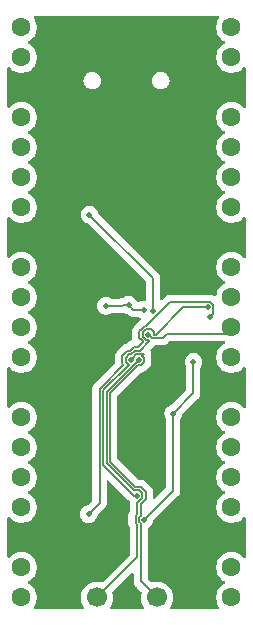
<source format=gbr>
%TF.GenerationSoftware,KiCad,Pcbnew,9.0.0*%
%TF.CreationDate,2025-07-21T16:33:37-04:00*%
%TF.ProjectId,orphkicad,6f727068-6b69-4636-9164-2e6b69636164,rev?*%
%TF.SameCoordinates,Original*%
%TF.FileFunction,Copper,L2,Bot*%
%TF.FilePolarity,Positive*%
%FSLAX46Y46*%
G04 Gerber Fmt 4.6, Leading zero omitted, Abs format (unit mm)*
G04 Created by KiCad (PCBNEW 9.0.0) date 2025-07-21 16:33:37*
%MOMM*%
%LPD*%
G01*
G04 APERTURE LIST*
%TA.AperFunction,ComponentPad*%
%ADD10C,1.700000*%
%TD*%
%TA.AperFunction,ComponentPad*%
%ADD11R,1.700000X1.700000*%
%TD*%
%TA.AperFunction,ComponentPad*%
%ADD12O,1.100000X2.000000*%
%TD*%
%TA.AperFunction,ComponentPad*%
%ADD13O,1.200000X1.800000*%
%TD*%
%TA.AperFunction,ComponentPad*%
%ADD14C,1.600000*%
%TD*%
%TA.AperFunction,ComponentPad*%
%ADD15R,1.600000X1.600000*%
%TD*%
%TA.AperFunction,ViaPad*%
%ADD16C,0.500000*%
%TD*%
%TA.AperFunction,Conductor*%
%ADD17C,0.200000*%
%TD*%
G04 APERTURE END LIST*
D10*
%TO.P,REF\u002A\u002A,1*%
%TO.N,SWD*%
X78060000Y-80250000D03*
D11*
%TO.P,REF\u002A\u002A,2*%
%TO.N,GND*%
X80600000Y-80250000D03*
D10*
%TO.P,REF\u002A\u002A,3*%
%TO.N,SWCLK*%
X83140000Y-80250000D03*
%TD*%
D12*
%TO.P,J1,S1,SHIELD*%
%TO.N,GND*%
X84885000Y-37000000D03*
D13*
X84885000Y-32800000D03*
D12*
X76235000Y-37000000D03*
D13*
X76235000Y-32800000D03*
%TD*%
D14*
%TO.P,H2,1,1*%
%TO.N,VBUS*%
X89450000Y-31990000D03*
%TO.P,H2,2,2*%
%TO.N,VSYS*%
X89450000Y-34530000D03*
D15*
%TO.P,H2,3,3*%
%TO.N,GND*%
X89450000Y-37070000D03*
D14*
%TO.P,H2,4,4*%
%TO.N,unconnected-(H2-Pad4)*%
X89450000Y-39610000D03*
%TO.P,H2,5,5*%
%TO.N,3V3*%
X89450000Y-42150000D03*
%TO.P,H2,6,6*%
%TO.N,unconnected-(H2-Pad6)*%
X89450000Y-44690000D03*
%TO.P,H2,7,7*%
%TO.N,GPIO28*%
X89450000Y-47230000D03*
D15*
%TO.P,H2,8,8*%
%TO.N,GND*%
X89450000Y-49770000D03*
D14*
%TO.P,H2,9,9*%
%TO.N,GPIO27*%
X89450000Y-52310000D03*
%TO.P,H2,10,10*%
%TO.N,GPIO26*%
X89450000Y-54850000D03*
%TO.P,H2,11,11*%
%TO.N,RUN*%
X89450000Y-57390000D03*
%TO.P,H2,12,12*%
%TO.N,GPIO22*%
X89450000Y-59930000D03*
D15*
%TO.P,H2,13,13*%
%TO.N,GND*%
X89450000Y-62470000D03*
D14*
%TO.P,H2,14,14*%
%TO.N,GPIO21*%
X89450000Y-65010000D03*
%TO.P,H2,15,15*%
%TO.N,GPIO20*%
X89450000Y-67550000D03*
%TO.P,H2,16,16*%
%TO.N,GPIO19*%
X89450000Y-70090000D03*
%TO.P,H2,17,17*%
%TO.N,GPIO18*%
X89450000Y-72630000D03*
D15*
%TO.P,H2,18,18*%
%TO.N,GND*%
X89450000Y-75170000D03*
D14*
%TO.P,H2,19,19*%
%TO.N,GPIO17*%
X89450000Y-77710000D03*
%TO.P,H2,20,20*%
%TO.N,GPIO16*%
X89450000Y-80250000D03*
%TD*%
%TO.P,H1,1,1*%
%TO.N,GPIO0*%
X71670000Y-31990000D03*
%TO.P,H1,2,2*%
%TO.N,GPIO1*%
X71670000Y-34530000D03*
D15*
%TO.P,H1,3,3*%
%TO.N,GND*%
X71670000Y-37070000D03*
D14*
%TO.P,H1,4,4*%
%TO.N,GPIO2*%
X71670000Y-39610000D03*
%TO.P,H1,5,5*%
%TO.N,GPIO3*%
X71670000Y-42150000D03*
%TO.P,H1,6,6*%
%TO.N,GPIO4*%
X71670000Y-44690000D03*
%TO.P,H1,7,7*%
%TO.N,GPIO5*%
X71670000Y-47230000D03*
D15*
%TO.P,H1,8,8*%
%TO.N,GND*%
X71670000Y-49770000D03*
D14*
%TO.P,H1,9,9*%
%TO.N,GPIO6*%
X71670000Y-52310000D03*
%TO.P,H1,10,10*%
%TO.N,GPIO7*%
X71670000Y-54850000D03*
%TO.P,H1,11,11*%
%TO.N,GPIO8*%
X71670000Y-57390000D03*
%TO.P,H1,12,12*%
%TO.N,GPIO9*%
X71670000Y-59930000D03*
D15*
%TO.P,H1,13,13*%
%TO.N,GND*%
X71670000Y-62470000D03*
D14*
%TO.P,H1,14,14*%
%TO.N,GPIO10*%
X71670000Y-65010000D03*
%TO.P,H1,15,15*%
%TO.N,GPIO11*%
X71670000Y-67550000D03*
%TO.P,H1,16,16*%
%TO.N,GPIO12*%
X71670000Y-70090000D03*
%TO.P,H1,17,17*%
%TO.N,GPIO13*%
X71670000Y-72630000D03*
D15*
%TO.P,H1,18,18*%
%TO.N,GND*%
X71670000Y-75170000D03*
D14*
%TO.P,H1,19,19*%
%TO.N,GPIO14*%
X71670000Y-77710000D03*
%TO.P,H1,20,20*%
%TO.N,GPIO15*%
X71670000Y-80250000D03*
%TD*%
D16*
%TO.N,3V3*%
X86225000Y-60300000D03*
X80737500Y-55487500D03*
X78800000Y-55550000D03*
X82075000Y-73650000D03*
X82000000Y-55875000D03*
X84525000Y-64675000D03*
%TO.N,SWD*%
X81586398Y-60125000D03*
%TO.N,RUN*%
X82406801Y-57993199D03*
%TO.N,SWCLK*%
X80950000Y-60125000D03*
%TO.N,GPIO24*%
X81450000Y-71625000D03*
X87425000Y-55650000D03*
%TO.N,GPIO23*%
X77350000Y-73185000D03*
X87600000Y-56525000D03*
%TO.N,GPIO25*%
X82800000Y-56025000D03*
X77425000Y-47825000D03*
%TO.N,GND*%
X80950000Y-64350000D03*
X77350000Y-68815000D03*
X76275000Y-54725000D03*
X77600000Y-51150000D03*
X85175000Y-78700000D03*
X79725000Y-57450000D03*
X74975000Y-60550000D03*
X80775000Y-39700000D03*
X83875000Y-39125000D03*
X83450000Y-48350000D03*
X82450000Y-51560000D03*
%TD*%
D17*
%TO.N,3V3*%
X82000000Y-55875000D02*
X81125000Y-55875000D01*
X84525000Y-64675000D02*
X86225000Y-62975000D01*
X80737500Y-55487500D02*
X80237500Y-55487500D01*
X80175000Y-55550000D02*
X78800000Y-55550000D01*
X84525000Y-64675000D02*
X84525000Y-71200000D01*
X84525000Y-71200000D02*
X82075000Y-73650000D01*
X80237500Y-55487500D02*
X80175000Y-55550000D01*
X86225000Y-62975000D02*
X86225000Y-60300000D01*
X81125000Y-55875000D02*
X80737500Y-55487500D01*
%TO.N,SWD*%
X81174677Y-71173999D02*
X81174680Y-71174000D01*
X81323000Y-73961489D02*
X81460489Y-74098978D01*
X80998356Y-70997678D02*
X80998356Y-70997680D01*
X81263187Y-71173999D02*
X81263188Y-71174000D01*
X81460489Y-74098978D02*
X81460489Y-76849511D01*
X78877000Y-68876322D02*
X80998356Y-70997678D01*
X81263188Y-71174000D02*
X81636811Y-71174000D01*
X81460489Y-73201022D02*
X81323000Y-73338511D01*
X81323000Y-73338511D02*
X81323000Y-73961489D01*
X78877000Y-62834398D02*
X78877000Y-68876322D01*
X81460489Y-72252322D02*
X81460489Y-73201022D01*
X81901000Y-71811811D02*
X81460489Y-72252322D01*
X81636811Y-71174000D02*
X81901000Y-71438189D01*
X81174680Y-71174000D02*
X81263187Y-71173999D01*
X81586398Y-60125000D02*
X78877000Y-62834398D01*
X80998356Y-70997680D02*
X81174677Y-71173999D01*
X81460489Y-76849511D02*
X78060000Y-80250000D01*
X81901000Y-71438189D02*
X81901000Y-71811811D01*
%TO.N,RUN*%
X83625000Y-58300000D02*
X84025000Y-57900000D01*
X82406801Y-57993199D02*
X82713602Y-58300000D01*
X82713602Y-58300000D02*
X83625000Y-58300000D01*
X84025000Y-57900000D02*
X88940000Y-57900000D01*
X88940000Y-57900000D02*
X89450000Y-57390000D01*
%TO.N,SWCLK*%
X81135398Y-59939602D02*
X80950000Y-60125000D01*
X82202000Y-71313511D02*
X81761489Y-70873000D01*
X82037398Y-59938189D02*
X81898605Y-59799395D01*
X81135398Y-59938189D02*
X81135398Y-59939602D01*
X81387866Y-70873000D02*
X81387864Y-70872998D01*
X81773209Y-60576000D02*
X82037398Y-60311811D01*
X79178000Y-68751644D02*
X79178000Y-62959076D01*
X83140000Y-80250000D02*
X81761489Y-78871489D01*
X81426000Y-59649000D02*
X81401000Y-59674000D01*
X81299355Y-70872999D02*
X79178000Y-68751644D01*
X81387864Y-70872998D02*
X81299355Y-70872999D01*
X81561076Y-60576000D02*
X81773209Y-60576000D01*
X82049000Y-59649000D02*
X81426000Y-59649000D01*
X81898605Y-59799395D02*
X82049000Y-59649000D01*
X82037398Y-60311811D02*
X82037398Y-59938189D01*
X81761489Y-72377000D02*
X82202000Y-71936489D01*
X81624000Y-73836811D02*
X81624000Y-73463189D01*
X79178000Y-62959076D02*
X81561076Y-60576000D01*
X81761489Y-78871489D02*
X81761489Y-73974300D01*
X81761489Y-73325700D02*
X81761489Y-72377000D01*
X81624000Y-73463189D02*
X81761489Y-73325700D01*
X81399587Y-59674000D02*
X81135398Y-59938189D01*
X81401000Y-59674000D02*
X81399587Y-59674000D01*
X82202000Y-71936489D02*
X82202000Y-71313511D01*
X81761489Y-73974300D02*
X81624000Y-73836811D01*
X81761489Y-70873000D02*
X81387866Y-70873000D01*
%TO.N,GPIO24*%
X82506462Y-58518538D02*
X81677000Y-59348000D01*
X81677000Y-59348000D02*
X81301322Y-59348000D01*
X80499000Y-59938189D02*
X80499000Y-60311811D01*
X80763189Y-59674000D02*
X80499000Y-59938189D01*
X82857801Y-57806388D02*
X82593612Y-57542199D01*
X82857801Y-57999000D02*
X82857801Y-57806388D01*
X82593612Y-57542199D02*
X82219990Y-57542199D01*
X80499000Y-60311811D02*
X80731094Y-60543906D01*
X81955801Y-57806388D02*
X81955801Y-58180010D01*
X81301322Y-59348000D02*
X80975322Y-59674000D01*
X87425000Y-55650000D02*
X85375000Y-55650000D01*
X82219990Y-58444199D02*
X82432123Y-58444199D01*
X82219990Y-57542199D02*
X81955801Y-57806388D01*
X81200000Y-71625000D02*
X81450000Y-71625000D01*
X78576000Y-69001000D02*
X81200000Y-71625000D01*
X80975322Y-59674000D02*
X80763189Y-59674000D01*
X83026000Y-57999000D02*
X82857801Y-57999000D01*
X78576000Y-62699000D02*
X78576000Y-69001000D01*
X82432123Y-58444199D02*
X82506462Y-58518538D01*
X85375000Y-55650000D02*
X83026000Y-57999000D01*
X81955801Y-58180010D02*
X82219990Y-58444199D01*
X80731094Y-60543906D02*
X78576000Y-62699000D01*
%TO.N,GPIO23*%
X81654801Y-57681710D02*
X81654801Y-57931066D01*
X81176644Y-59047000D02*
X81000322Y-59223322D01*
X78275000Y-62574322D02*
X78275000Y-62750000D01*
X81426000Y-59047000D02*
X81176644Y-59047000D01*
X80462189Y-59549322D02*
X80374322Y-59637189D01*
X80198000Y-60062867D02*
X80198000Y-60187131D01*
X81918990Y-57417521D02*
X81831123Y-57505388D01*
X78275000Y-68876322D02*
X78275000Y-69125678D01*
X78451322Y-62398000D02*
X78275000Y-62574322D01*
X81831123Y-58481010D02*
X81918990Y-58568877D01*
X78275000Y-69125678D02*
X78275000Y-72260000D01*
X81654801Y-57931066D02*
X81654801Y-58055332D01*
X80374322Y-59637189D02*
X80198000Y-59813511D01*
X78275000Y-72260000D02*
X77350000Y-73185000D01*
X87238189Y-55199000D02*
X84263811Y-55199000D01*
X80305416Y-60543906D02*
X78451322Y-62398000D01*
X80850644Y-59373000D02*
X80638511Y-59373000D01*
X78275000Y-62750000D02*
X78275000Y-62823678D01*
X87611811Y-55199000D02*
X87238189Y-55199000D01*
X80198000Y-60187131D02*
X80198000Y-60436489D01*
X87876000Y-56249000D02*
X87876000Y-55836811D01*
X81000322Y-59223322D02*
X80850644Y-59373000D01*
X80638511Y-59373000D02*
X80462189Y-59549322D01*
X81974718Y-58624605D02*
X81552322Y-59047000D01*
X87876000Y-55463189D02*
X87611811Y-55199000D01*
X81654801Y-58304688D02*
X81831123Y-58481010D01*
X81831123Y-57505388D02*
X81654801Y-57681710D01*
X81552322Y-59047000D02*
X81426000Y-59047000D01*
X78275000Y-62823678D02*
X78275000Y-68876322D01*
X80198000Y-59813511D02*
X80198000Y-60062867D01*
X80198000Y-60436489D02*
X80305416Y-60543906D01*
X82095312Y-57241199D02*
X81918990Y-57417521D01*
X81654801Y-58055332D02*
X81654801Y-58304688D01*
X84263811Y-55199000D02*
X82221612Y-57241199D01*
X87876000Y-55836811D02*
X87876000Y-55463189D01*
X82221612Y-57241199D02*
X82095312Y-57241199D01*
X87600000Y-56525000D02*
X87876000Y-56249000D01*
X81918990Y-58568877D02*
X81974718Y-58624605D01*
%TO.N,GPIO25*%
X82800000Y-56025000D02*
X82800000Y-53200000D01*
X82800000Y-53200000D02*
X77425000Y-47825000D01*
%TD*%
%TA.AperFunction,Conductor*%
%TO.N,GND*%
G36*
X88370552Y-31040185D02*
G01*
X88416307Y-31092989D01*
X88426251Y-31162147D01*
X88403831Y-31217385D01*
X88337715Y-31308386D01*
X88244781Y-31490776D01*
X88181522Y-31685465D01*
X88149500Y-31887648D01*
X88149500Y-32092351D01*
X88181522Y-32294534D01*
X88244781Y-32489223D01*
X88337715Y-32671613D01*
X88458028Y-32837213D01*
X88602786Y-32981971D01*
X88757749Y-33094556D01*
X88768390Y-33102287D01*
X88859840Y-33148883D01*
X88861080Y-33149515D01*
X88911876Y-33197490D01*
X88928671Y-33265311D01*
X88906134Y-33331446D01*
X88861080Y-33370485D01*
X88768386Y-33417715D01*
X88602786Y-33538028D01*
X88458028Y-33682786D01*
X88337715Y-33848386D01*
X88244781Y-34030776D01*
X88181522Y-34225465D01*
X88149500Y-34427648D01*
X88149500Y-34632351D01*
X88181522Y-34834534D01*
X88244781Y-35029223D01*
X88337715Y-35211613D01*
X88458028Y-35377213D01*
X88602786Y-35521971D01*
X88757749Y-35634556D01*
X88768390Y-35642287D01*
X88884607Y-35701503D01*
X88950776Y-35735218D01*
X88950778Y-35735218D01*
X88950781Y-35735220D01*
X89042302Y-35764957D01*
X89145465Y-35798477D01*
X89246557Y-35814488D01*
X89347648Y-35830500D01*
X89347649Y-35830500D01*
X89552351Y-35830500D01*
X89552352Y-35830500D01*
X89754534Y-35798477D01*
X89949219Y-35735220D01*
X90131610Y-35642287D01*
X90224590Y-35574732D01*
X90297213Y-35521971D01*
X90297215Y-35521968D01*
X90297219Y-35521966D01*
X90441966Y-35377219D01*
X90441966Y-35377218D01*
X90445411Y-35373774D01*
X90446370Y-35374733D01*
X90499725Y-35339909D01*
X90569593Y-35339415D01*
X90628637Y-35376773D01*
X90658110Y-35440122D01*
X90659500Y-35458636D01*
X90659500Y-38681363D01*
X90639815Y-38748402D01*
X90587011Y-38794157D01*
X90517853Y-38804101D01*
X90454297Y-38775076D01*
X90445459Y-38766177D01*
X90445411Y-38766226D01*
X90297213Y-38618028D01*
X90131613Y-38497715D01*
X90131612Y-38497714D01*
X90131610Y-38497713D01*
X90074653Y-38468691D01*
X89949223Y-38404781D01*
X89754534Y-38341522D01*
X89579995Y-38313878D01*
X89552352Y-38309500D01*
X89347648Y-38309500D01*
X89323329Y-38313351D01*
X89145465Y-38341522D01*
X88950776Y-38404781D01*
X88768386Y-38497715D01*
X88602786Y-38618028D01*
X88458028Y-38762786D01*
X88337715Y-38928386D01*
X88244781Y-39110776D01*
X88181522Y-39305465D01*
X88149500Y-39507648D01*
X88149500Y-39712351D01*
X88181522Y-39914534D01*
X88244781Y-40109223D01*
X88337715Y-40291613D01*
X88458028Y-40457213D01*
X88602786Y-40601971D01*
X88757749Y-40714556D01*
X88768390Y-40722287D01*
X88859840Y-40768883D01*
X88861080Y-40769515D01*
X88911876Y-40817490D01*
X88928671Y-40885311D01*
X88906134Y-40951446D01*
X88861080Y-40990485D01*
X88768386Y-41037715D01*
X88602786Y-41158028D01*
X88458028Y-41302786D01*
X88337715Y-41468386D01*
X88244781Y-41650776D01*
X88181522Y-41845465D01*
X88149500Y-42047648D01*
X88149500Y-42252351D01*
X88181522Y-42454534D01*
X88244781Y-42649223D01*
X88337715Y-42831613D01*
X88458028Y-42997213D01*
X88602786Y-43141971D01*
X88757749Y-43254556D01*
X88768390Y-43262287D01*
X88859840Y-43308883D01*
X88861080Y-43309515D01*
X88911876Y-43357490D01*
X88928671Y-43425311D01*
X88906134Y-43491446D01*
X88861080Y-43530485D01*
X88768386Y-43577715D01*
X88602786Y-43698028D01*
X88458028Y-43842786D01*
X88337715Y-44008386D01*
X88244781Y-44190776D01*
X88181522Y-44385465D01*
X88149500Y-44587648D01*
X88149500Y-44792351D01*
X88181522Y-44994534D01*
X88244781Y-45189223D01*
X88337715Y-45371613D01*
X88458028Y-45537213D01*
X88602786Y-45681971D01*
X88757749Y-45794556D01*
X88768390Y-45802287D01*
X88859840Y-45848883D01*
X88861080Y-45849515D01*
X88911876Y-45897490D01*
X88928671Y-45965311D01*
X88906134Y-46031446D01*
X88861080Y-46070485D01*
X88768386Y-46117715D01*
X88602786Y-46238028D01*
X88458028Y-46382786D01*
X88337715Y-46548386D01*
X88244781Y-46730776D01*
X88181522Y-46925465D01*
X88149500Y-47127648D01*
X88149500Y-47332351D01*
X88181522Y-47534534D01*
X88244781Y-47729223D01*
X88337715Y-47911613D01*
X88458028Y-48077213D01*
X88602786Y-48221971D01*
X88714888Y-48303416D01*
X88768390Y-48342287D01*
X88884607Y-48401503D01*
X88950776Y-48435218D01*
X88950778Y-48435218D01*
X88950781Y-48435220D01*
X89055137Y-48469127D01*
X89145465Y-48498477D01*
X89246557Y-48514488D01*
X89347648Y-48530500D01*
X89347649Y-48530500D01*
X89552351Y-48530500D01*
X89552352Y-48530500D01*
X89754534Y-48498477D01*
X89949219Y-48435220D01*
X90131610Y-48342287D01*
X90224590Y-48274732D01*
X90297213Y-48221971D01*
X90297215Y-48221968D01*
X90297219Y-48221966D01*
X90441966Y-48077219D01*
X90441966Y-48077218D01*
X90445411Y-48073774D01*
X90446370Y-48074733D01*
X90499725Y-48039909D01*
X90569593Y-48039415D01*
X90628637Y-48076773D01*
X90658110Y-48140122D01*
X90659500Y-48158636D01*
X90659500Y-51381363D01*
X90639815Y-51448402D01*
X90587011Y-51494157D01*
X90517853Y-51504101D01*
X90454297Y-51475076D01*
X90445459Y-51466177D01*
X90445411Y-51466226D01*
X90297213Y-51318028D01*
X90131613Y-51197715D01*
X90131612Y-51197714D01*
X90131610Y-51197713D01*
X90074653Y-51168691D01*
X89949223Y-51104781D01*
X89754534Y-51041522D01*
X89579995Y-51013878D01*
X89552352Y-51009500D01*
X89347648Y-51009500D01*
X89323329Y-51013351D01*
X89145465Y-51041522D01*
X88950776Y-51104781D01*
X88768386Y-51197715D01*
X88602786Y-51318028D01*
X88458028Y-51462786D01*
X88337715Y-51628386D01*
X88244781Y-51810776D01*
X88181522Y-52005465D01*
X88149500Y-52207648D01*
X88149500Y-52412351D01*
X88181522Y-52614534D01*
X88244781Y-52809223D01*
X88337715Y-52991613D01*
X88458028Y-53157213D01*
X88602786Y-53301971D01*
X88754804Y-53412416D01*
X88768390Y-53422287D01*
X88859840Y-53468883D01*
X88861080Y-53469515D01*
X88911876Y-53517490D01*
X88928671Y-53585311D01*
X88906134Y-53651446D01*
X88861080Y-53690485D01*
X88768386Y-53737715D01*
X88602786Y-53858028D01*
X88458028Y-54002786D01*
X88337715Y-54168386D01*
X88244781Y-54350776D01*
X88181522Y-54545465D01*
X88167800Y-54632107D01*
X88154414Y-54660342D01*
X88142799Y-54689359D01*
X88139569Y-54691658D01*
X88137871Y-54695242D01*
X88111341Y-54711760D01*
X88085885Y-54729889D01*
X88081924Y-54730077D01*
X88078559Y-54732173D01*
X88047313Y-54731726D01*
X88016095Y-54733214D01*
X88011086Y-54731209D01*
X88008696Y-54731175D01*
X87983328Y-54720097D01*
X87967060Y-54710705D01*
X87893715Y-54668360D01*
X87843596Y-54639423D01*
X87690868Y-54598499D01*
X87532754Y-54598499D01*
X87525158Y-54598499D01*
X87525142Y-54598500D01*
X84350481Y-54598500D01*
X84350465Y-54598499D01*
X84342869Y-54598499D01*
X84184754Y-54598499D01*
X84108390Y-54618961D01*
X84032025Y-54639423D01*
X84032020Y-54639426D01*
X83895101Y-54718475D01*
X83895093Y-54718481D01*
X83612181Y-55001394D01*
X83550858Y-55034879D01*
X83481166Y-55029895D01*
X83425233Y-54988023D01*
X83400816Y-54922559D01*
X83400500Y-54913713D01*
X83400500Y-53289059D01*
X83400501Y-53289046D01*
X83400501Y-53120945D01*
X83400501Y-53120943D01*
X83359577Y-52968215D01*
X83330639Y-52918095D01*
X83280520Y-52831284D01*
X83168716Y-52719480D01*
X83168715Y-52719479D01*
X83164385Y-52715149D01*
X83164374Y-52715139D01*
X78195934Y-47746699D01*
X78162449Y-47685376D01*
X78162025Y-47683346D01*
X78146658Y-47606087D01*
X78117020Y-47534534D01*
X78090087Y-47469511D01*
X78090080Y-47469498D01*
X78007951Y-47346584D01*
X78007948Y-47346580D01*
X77903419Y-47242051D01*
X77903415Y-47242048D01*
X77780501Y-47159919D01*
X77780488Y-47159912D01*
X77643917Y-47103343D01*
X77643907Y-47103340D01*
X77498920Y-47074500D01*
X77498918Y-47074500D01*
X77351082Y-47074500D01*
X77351080Y-47074500D01*
X77206092Y-47103340D01*
X77206082Y-47103343D01*
X77069511Y-47159912D01*
X77069498Y-47159919D01*
X76946584Y-47242048D01*
X76946580Y-47242051D01*
X76842051Y-47346580D01*
X76842048Y-47346584D01*
X76759919Y-47469498D01*
X76759912Y-47469511D01*
X76703343Y-47606082D01*
X76703340Y-47606092D01*
X76674500Y-47751079D01*
X76674500Y-47751082D01*
X76674500Y-47898918D01*
X76674500Y-47898920D01*
X76674499Y-47898920D01*
X76703340Y-48043907D01*
X76703343Y-48043917D01*
X76759912Y-48180488D01*
X76759919Y-48180501D01*
X76842048Y-48303415D01*
X76842051Y-48303419D01*
X76946580Y-48407948D01*
X76946584Y-48407951D01*
X77069498Y-48490080D01*
X77069511Y-48490087D01*
X77167078Y-48530500D01*
X77206087Y-48546658D01*
X77283212Y-48561999D01*
X77345119Y-48594382D01*
X77346699Y-48595934D01*
X82163181Y-53412416D01*
X82196666Y-53473739D01*
X82199500Y-53500097D01*
X82199500Y-55000500D01*
X82179815Y-55067539D01*
X82127011Y-55113294D01*
X82075500Y-55124500D01*
X81926080Y-55124500D01*
X81781092Y-55153340D01*
X81781082Y-55153343D01*
X81644511Y-55209912D01*
X81644495Y-55209921D01*
X81605930Y-55235689D01*
X81539252Y-55256566D01*
X81471873Y-55238080D01*
X81425183Y-55186101D01*
X81422480Y-55180038D01*
X81402587Y-55132010D01*
X81402580Y-55131998D01*
X81320451Y-55009084D01*
X81320448Y-55009080D01*
X81215919Y-54904551D01*
X81215915Y-54904548D01*
X81093001Y-54822419D01*
X81092988Y-54822412D01*
X80956417Y-54765843D01*
X80956407Y-54765840D01*
X80811420Y-54737000D01*
X80811418Y-54737000D01*
X80663582Y-54737000D01*
X80663580Y-54737000D01*
X80518592Y-54765840D01*
X80518582Y-54765843D01*
X80382011Y-54822412D01*
X80381998Y-54822419D01*
X80316624Y-54866102D01*
X80249947Y-54886980D01*
X80247733Y-54887000D01*
X80158440Y-54887000D01*
X80117519Y-54897964D01*
X80117519Y-54897965D01*
X80092948Y-54904549D01*
X80005714Y-54927923D01*
X80005713Y-54927924D01*
X79997118Y-54932887D01*
X79935118Y-54949500D01*
X79289767Y-54949500D01*
X79222728Y-54929815D01*
X79220876Y-54928602D01*
X79155501Y-54884919D01*
X79155488Y-54884912D01*
X79018917Y-54828343D01*
X79018907Y-54828340D01*
X78873920Y-54799500D01*
X78873918Y-54799500D01*
X78726082Y-54799500D01*
X78726080Y-54799500D01*
X78581092Y-54828340D01*
X78581082Y-54828343D01*
X78444511Y-54884912D01*
X78444498Y-54884919D01*
X78321584Y-54967048D01*
X78321580Y-54967051D01*
X78217051Y-55071580D01*
X78217048Y-55071584D01*
X78134919Y-55194498D01*
X78134912Y-55194511D01*
X78078343Y-55331082D01*
X78078340Y-55331092D01*
X78049500Y-55476079D01*
X78049500Y-55476082D01*
X78049500Y-55623918D01*
X78049500Y-55623920D01*
X78049499Y-55623920D01*
X78078340Y-55768907D01*
X78078343Y-55768917D01*
X78134912Y-55905488D01*
X78134919Y-55905501D01*
X78217048Y-56028415D01*
X78217051Y-56028419D01*
X78321580Y-56132948D01*
X78321584Y-56132951D01*
X78444498Y-56215080D01*
X78444511Y-56215087D01*
X78549161Y-56258434D01*
X78581087Y-56271658D01*
X78581091Y-56271658D01*
X78581092Y-56271659D01*
X78726079Y-56300500D01*
X78726082Y-56300500D01*
X78873920Y-56300500D01*
X78988473Y-56277713D01*
X79018913Y-56271658D01*
X79155495Y-56215084D01*
X79220876Y-56171398D01*
X79287553Y-56150520D01*
X79289767Y-56150500D01*
X80095939Y-56150500D01*
X80095943Y-56150501D01*
X80254057Y-56150501D01*
X80301566Y-56137770D01*
X80314181Y-56137030D01*
X80336400Y-56142161D01*
X80359201Y-56142704D01*
X80379905Y-56151462D01*
X80382004Y-56152584D01*
X80454255Y-56182511D01*
X80518587Y-56209158D01*
X80595710Y-56224499D01*
X80657618Y-56256882D01*
X80659198Y-56258434D01*
X80756284Y-56355520D01*
X80756286Y-56355521D01*
X80756290Y-56355524D01*
X80893209Y-56434573D01*
X80893216Y-56434577D01*
X81045943Y-56475501D01*
X81045945Y-56475501D01*
X81211654Y-56475501D01*
X81211670Y-56475500D01*
X81510233Y-56475500D01*
X81525244Y-56479432D01*
X81538111Y-56478674D01*
X81562364Y-56489155D01*
X81571022Y-56491423D01*
X81575171Y-56493756D01*
X81644505Y-56540084D01*
X81693949Y-56560564D01*
X81700420Y-56564204D01*
X81719831Y-56584109D01*
X81741486Y-56601559D01*
X81743889Y-56608779D01*
X81749201Y-56614226D01*
X81754769Y-56641467D01*
X81763552Y-56667853D01*
X81761670Y-56675226D01*
X81763194Y-56682680D01*
X81753150Y-56708607D01*
X81746274Y-56735553D01*
X81739171Y-56744695D01*
X81737957Y-56747832D01*
X81735139Y-56749886D01*
X81727313Y-56759962D01*
X81726596Y-56760678D01*
X81726596Y-56760679D01*
X81614792Y-56872483D01*
X81174282Y-57312992D01*
X81174278Y-57312997D01*
X81128264Y-57392698D01*
X81095224Y-57449925D01*
X81054300Y-57602653D01*
X81054300Y-57602655D01*
X81054300Y-57770756D01*
X81054301Y-57770769D01*
X81054301Y-57852009D01*
X81054301Y-57976275D01*
X81054301Y-58225627D01*
X81054300Y-58225631D01*
X81054300Y-58300122D01*
X81054300Y-58362950D01*
X81034615Y-58429989D01*
X80981811Y-58475744D01*
X80981806Y-58475744D01*
X80962397Y-58482723D01*
X80944859Y-58487422D01*
X80944853Y-58487425D01*
X80894740Y-58516359D01*
X80894739Y-58516360D01*
X80851333Y-58541420D01*
X80807929Y-58566479D01*
X80807926Y-58566481D01*
X80696122Y-58678286D01*
X80696121Y-58678287D01*
X80638108Y-58736299D01*
X80576785Y-58769783D01*
X80566618Y-58771555D01*
X80559462Y-58772497D01*
X80559455Y-58772499D01*
X80559454Y-58772499D01*
X80529520Y-58780520D01*
X80406725Y-58813423D01*
X80402610Y-58815799D01*
X80399296Y-58817713D01*
X80269798Y-58892477D01*
X80269793Y-58892481D01*
X79717481Y-59444793D01*
X79717477Y-59444798D01*
X79671463Y-59524499D01*
X79671462Y-59524498D01*
X79638424Y-59581722D01*
X79638423Y-59581726D01*
X79597499Y-59734454D01*
X79597499Y-59734456D01*
X79597499Y-59902557D01*
X79597500Y-59902570D01*
X79597500Y-60351224D01*
X79577815Y-60418263D01*
X79561181Y-60438905D01*
X78082606Y-61917481D01*
X77906286Y-62093800D01*
X77794481Y-62205604D01*
X77794475Y-62205612D01*
X77757603Y-62269478D01*
X77757603Y-62269480D01*
X77715423Y-62342536D01*
X77715423Y-62342537D01*
X77674499Y-62495265D01*
X77674499Y-62495267D01*
X77674499Y-62663368D01*
X77674500Y-62663381D01*
X77674500Y-71959902D01*
X77654815Y-72026941D01*
X77638181Y-72047583D01*
X77271699Y-72414064D01*
X77210376Y-72447549D01*
X77208210Y-72448000D01*
X77131092Y-72463340D01*
X77131084Y-72463342D01*
X76994511Y-72519912D01*
X76994498Y-72519919D01*
X76871584Y-72602048D01*
X76871580Y-72602051D01*
X76767051Y-72706580D01*
X76767048Y-72706584D01*
X76684919Y-72829498D01*
X76684912Y-72829511D01*
X76628343Y-72966082D01*
X76628340Y-72966092D01*
X76599500Y-73111079D01*
X76599500Y-73111082D01*
X76599500Y-73258918D01*
X76599500Y-73258920D01*
X76599499Y-73258920D01*
X76628340Y-73403907D01*
X76628343Y-73403917D01*
X76684912Y-73540488D01*
X76684919Y-73540501D01*
X76767048Y-73663415D01*
X76767051Y-73663419D01*
X76871580Y-73767948D01*
X76871584Y-73767951D01*
X76994498Y-73850080D01*
X76994511Y-73850087D01*
X77072590Y-73882428D01*
X77131087Y-73906658D01*
X77131091Y-73906658D01*
X77131092Y-73906659D01*
X77276079Y-73935500D01*
X77276082Y-73935500D01*
X77423920Y-73935500D01*
X77521462Y-73916096D01*
X77568913Y-73906658D01*
X77705495Y-73850084D01*
X77828416Y-73767951D01*
X77932951Y-73663416D01*
X78015084Y-73540495D01*
X78071658Y-73403913D01*
X78086999Y-73326786D01*
X78119381Y-73264879D01*
X78120871Y-73263362D01*
X78755520Y-72628716D01*
X78834577Y-72491784D01*
X78875501Y-72339057D01*
X78875501Y-72180942D01*
X78875501Y-72173347D01*
X78875500Y-72173329D01*
X78875500Y-70449097D01*
X78895185Y-70382058D01*
X78947989Y-70336303D01*
X79017147Y-70326359D01*
X79080703Y-70355384D01*
X79087181Y-70361416D01*
X80719478Y-71993713D01*
X80719480Y-71993716D01*
X80823671Y-72097907D01*
X80838870Y-72125743D01*
X80857154Y-72159227D01*
X80859988Y-72185586D01*
X80859988Y-72341368D01*
X80859989Y-72341381D01*
X80859989Y-72906242D01*
X80855839Y-72921729D01*
X80856494Y-72935475D01*
X80843377Y-72968241D01*
X80842480Y-72969795D01*
X80810897Y-73024499D01*
X80763423Y-73106726D01*
X80722499Y-73259454D01*
X80722499Y-73259456D01*
X80722499Y-73427557D01*
X80722500Y-73427570D01*
X80722500Y-73874819D01*
X80722499Y-73874837D01*
X80722499Y-74040543D01*
X80722498Y-74040543D01*
X80722499Y-74040546D01*
X80763423Y-74193274D01*
X80763425Y-74193277D01*
X80770822Y-74206089D01*
X80843376Y-74331757D01*
X80859989Y-74393757D01*
X80859989Y-76549413D01*
X80840304Y-76616452D01*
X80823670Y-76637094D01*
X78544522Y-78916241D01*
X78483199Y-78949726D01*
X78418523Y-78946491D01*
X78376245Y-78932754D01*
X78236272Y-78910584D01*
X78166287Y-78899500D01*
X77953713Y-78899500D01*
X77905042Y-78907208D01*
X77743760Y-78932753D01*
X77541585Y-78998444D01*
X77352179Y-79094951D01*
X77180213Y-79219890D01*
X77029890Y-79370213D01*
X76904951Y-79542179D01*
X76808444Y-79731585D01*
X76742753Y-79933760D01*
X76709500Y-80143713D01*
X76709500Y-80356286D01*
X76742753Y-80566239D01*
X76808444Y-80768414D01*
X76904951Y-80957820D01*
X76952027Y-81022615D01*
X76975507Y-81088422D01*
X76959681Y-81156475D01*
X76909575Y-81205170D01*
X76851709Y-81219500D01*
X72816487Y-81219500D01*
X72749448Y-81199815D01*
X72703693Y-81147011D01*
X72693749Y-81077853D01*
X72716169Y-81022615D01*
X72763247Y-80957816D01*
X72782287Y-80931610D01*
X72875220Y-80749219D01*
X72938477Y-80554534D01*
X72970500Y-80352352D01*
X72970500Y-80147648D01*
X72938477Y-79945466D01*
X72934673Y-79933760D01*
X72897453Y-79819208D01*
X72875220Y-79750781D01*
X72875218Y-79750778D01*
X72875218Y-79750776D01*
X72841503Y-79684607D01*
X72782287Y-79568390D01*
X72774556Y-79557749D01*
X72661971Y-79402786D01*
X72517213Y-79258028D01*
X72351614Y-79137715D01*
X72345006Y-79134348D01*
X72258917Y-79090483D01*
X72208123Y-79042511D01*
X72191328Y-78974690D01*
X72213865Y-78908555D01*
X72258917Y-78869516D01*
X72351610Y-78822287D01*
X72403181Y-78784819D01*
X72517213Y-78701971D01*
X72517215Y-78701968D01*
X72517219Y-78701966D01*
X72661966Y-78557219D01*
X72661968Y-78557215D01*
X72661971Y-78557213D01*
X72714732Y-78484590D01*
X72782287Y-78391610D01*
X72875220Y-78209219D01*
X72938477Y-78014534D01*
X72970500Y-77812352D01*
X72970500Y-77607648D01*
X72938477Y-77405466D01*
X72875220Y-77210781D01*
X72875218Y-77210778D01*
X72875218Y-77210776D01*
X72841503Y-77144607D01*
X72782287Y-77028390D01*
X72774556Y-77017749D01*
X72661971Y-76862786D01*
X72517213Y-76718028D01*
X72351613Y-76597715D01*
X72351612Y-76597714D01*
X72351610Y-76597713D01*
X72294653Y-76568691D01*
X72169223Y-76504781D01*
X71974534Y-76441522D01*
X71799995Y-76413878D01*
X71772352Y-76409500D01*
X71567648Y-76409500D01*
X71543329Y-76413351D01*
X71365465Y-76441522D01*
X71170776Y-76504781D01*
X70988386Y-76597715D01*
X70822786Y-76718028D01*
X70822782Y-76718032D01*
X70674589Y-76866226D01*
X70673633Y-76865270D01*
X70620254Y-76900096D01*
X70550386Y-76900578D01*
X70491349Y-76863210D01*
X70461887Y-76799856D01*
X70460500Y-76781363D01*
X70460500Y-73558636D01*
X70480185Y-73491597D01*
X70532989Y-73445842D01*
X70602147Y-73435898D01*
X70665703Y-73464923D01*
X70674540Y-73473822D01*
X70674589Y-73473774D01*
X70822786Y-73621971D01*
X70969137Y-73728299D01*
X70988390Y-73742287D01*
X71085547Y-73791791D01*
X71170776Y-73835218D01*
X71170778Y-73835218D01*
X71170781Y-73835220D01*
X71274474Y-73868912D01*
X71365465Y-73898477D01*
X71417124Y-73906659D01*
X71567648Y-73930500D01*
X71567649Y-73930500D01*
X71772351Y-73930500D01*
X71772352Y-73930500D01*
X71974534Y-73898477D01*
X72169219Y-73835220D01*
X72351610Y-73742287D01*
X72444590Y-73674732D01*
X72517213Y-73621971D01*
X72517215Y-73621968D01*
X72517219Y-73621966D01*
X72661966Y-73477219D01*
X72661968Y-73477215D01*
X72661971Y-73477213D01*
X72771257Y-73326791D01*
X72782287Y-73311610D01*
X72875220Y-73129219D01*
X72938477Y-72934534D01*
X72970500Y-72732352D01*
X72970500Y-72527648D01*
X72938477Y-72325466D01*
X72875220Y-72130781D01*
X72875218Y-72130778D01*
X72875218Y-72130776D01*
X72832828Y-72047583D01*
X72782287Y-71948390D01*
X72719219Y-71861583D01*
X72661971Y-71782786D01*
X72517213Y-71638028D01*
X72351614Y-71517715D01*
X72345006Y-71514348D01*
X72258917Y-71470483D01*
X72208123Y-71422511D01*
X72191328Y-71354690D01*
X72213865Y-71288555D01*
X72258917Y-71249516D01*
X72351610Y-71202287D01*
X72372770Y-71186913D01*
X72517213Y-71081971D01*
X72517215Y-71081968D01*
X72517219Y-71081966D01*
X72661966Y-70937219D01*
X72661968Y-70937215D01*
X72661971Y-70937213D01*
X72714732Y-70864590D01*
X72782287Y-70771610D01*
X72875220Y-70589219D01*
X72938477Y-70394534D01*
X72970500Y-70192352D01*
X72970500Y-69987648D01*
X72938477Y-69785466D01*
X72875220Y-69590781D01*
X72875218Y-69590778D01*
X72875218Y-69590776D01*
X72841503Y-69524607D01*
X72782287Y-69408390D01*
X72774556Y-69397749D01*
X72661971Y-69242786D01*
X72517213Y-69098028D01*
X72351614Y-68977715D01*
X72345006Y-68974348D01*
X72258917Y-68930483D01*
X72208123Y-68882511D01*
X72191328Y-68814690D01*
X72213865Y-68748555D01*
X72258917Y-68709516D01*
X72351610Y-68662287D01*
X72372770Y-68646913D01*
X72517213Y-68541971D01*
X72517215Y-68541968D01*
X72517219Y-68541966D01*
X72661966Y-68397219D01*
X72661968Y-68397215D01*
X72661971Y-68397213D01*
X72714732Y-68324590D01*
X72782287Y-68231610D01*
X72875220Y-68049219D01*
X72938477Y-67854534D01*
X72970500Y-67652352D01*
X72970500Y-67447648D01*
X72938477Y-67245466D01*
X72875220Y-67050781D01*
X72875218Y-67050778D01*
X72875218Y-67050776D01*
X72841503Y-66984607D01*
X72782287Y-66868390D01*
X72774556Y-66857749D01*
X72661971Y-66702786D01*
X72517213Y-66558028D01*
X72351614Y-66437715D01*
X72345006Y-66434348D01*
X72258917Y-66390483D01*
X72208123Y-66342511D01*
X72191328Y-66274690D01*
X72213865Y-66208555D01*
X72258917Y-66169516D01*
X72351610Y-66122287D01*
X72372770Y-66106913D01*
X72517213Y-66001971D01*
X72517215Y-66001968D01*
X72517219Y-66001966D01*
X72661966Y-65857219D01*
X72661968Y-65857215D01*
X72661971Y-65857213D01*
X72714732Y-65784590D01*
X72782287Y-65691610D01*
X72875220Y-65509219D01*
X72938477Y-65314534D01*
X72970500Y-65112352D01*
X72970500Y-64907648D01*
X72968324Y-64893907D01*
X72938477Y-64705465D01*
X72875218Y-64510776D01*
X72841503Y-64444607D01*
X72782287Y-64328390D01*
X72774556Y-64317749D01*
X72661971Y-64162786D01*
X72517213Y-64018028D01*
X72351613Y-63897715D01*
X72351612Y-63897714D01*
X72351610Y-63897713D01*
X72294653Y-63868691D01*
X72169223Y-63804781D01*
X71974534Y-63741522D01*
X71799995Y-63713878D01*
X71772352Y-63709500D01*
X71567648Y-63709500D01*
X71543329Y-63713351D01*
X71365465Y-63741522D01*
X71170776Y-63804781D01*
X70988386Y-63897715D01*
X70822786Y-64018028D01*
X70822782Y-64018032D01*
X70674589Y-64166226D01*
X70673633Y-64165270D01*
X70620254Y-64200096D01*
X70550386Y-64200578D01*
X70491349Y-64163210D01*
X70461887Y-64099856D01*
X70460500Y-64081363D01*
X70460500Y-60858636D01*
X70480185Y-60791597D01*
X70532989Y-60745842D01*
X70602147Y-60735898D01*
X70665703Y-60764923D01*
X70674540Y-60773822D01*
X70674589Y-60773774D01*
X70822786Y-60921971D01*
X70977749Y-61034556D01*
X70988390Y-61042287D01*
X71104607Y-61101503D01*
X71170776Y-61135218D01*
X71170778Y-61135218D01*
X71170781Y-61135220D01*
X71275137Y-61169127D01*
X71365465Y-61198477D01*
X71455278Y-61212702D01*
X71567648Y-61230500D01*
X71567649Y-61230500D01*
X71772351Y-61230500D01*
X71772352Y-61230500D01*
X71974534Y-61198477D01*
X72169219Y-61135220D01*
X72351610Y-61042287D01*
X72444590Y-60974732D01*
X72517213Y-60921971D01*
X72517215Y-60921968D01*
X72517219Y-60921966D01*
X72661966Y-60777219D01*
X72661968Y-60777215D01*
X72661971Y-60777213D01*
X72732221Y-60680520D01*
X72782287Y-60611610D01*
X72875220Y-60429219D01*
X72938477Y-60234534D01*
X72970500Y-60032352D01*
X72970500Y-59827648D01*
X72938477Y-59625466D01*
X72923165Y-59578342D01*
X72905671Y-59524499D01*
X72875220Y-59430781D01*
X72875218Y-59430778D01*
X72875218Y-59430776D01*
X72819350Y-59321131D01*
X72782287Y-59248390D01*
X72724882Y-59169378D01*
X72661971Y-59082786D01*
X72517213Y-58938028D01*
X72351614Y-58817715D01*
X72343190Y-58813423D01*
X72258917Y-58770483D01*
X72208123Y-58722511D01*
X72191328Y-58654690D01*
X72213865Y-58588555D01*
X72258917Y-58549516D01*
X72351610Y-58502287D01*
X72388144Y-58475744D01*
X72517213Y-58381971D01*
X72517215Y-58381968D01*
X72517219Y-58381966D01*
X72661966Y-58237219D01*
X72661968Y-58237215D01*
X72661971Y-58237213D01*
X72714732Y-58164590D01*
X72782287Y-58071610D01*
X72875220Y-57889219D01*
X72938477Y-57694534D01*
X72970500Y-57492352D01*
X72970500Y-57287648D01*
X72949942Y-57157853D01*
X72938477Y-57085465D01*
X72875218Y-56890776D01*
X72841503Y-56824607D01*
X72782287Y-56708390D01*
X72758192Y-56675226D01*
X72661971Y-56542786D01*
X72517213Y-56398028D01*
X72351614Y-56277715D01*
X72310727Y-56256882D01*
X72258917Y-56230483D01*
X72208123Y-56182511D01*
X72191328Y-56114690D01*
X72213865Y-56048555D01*
X72258917Y-56009516D01*
X72351610Y-55962287D01*
X72429788Y-55905488D01*
X72517213Y-55841971D01*
X72517215Y-55841968D01*
X72517219Y-55841966D01*
X72661966Y-55697219D01*
X72661968Y-55697215D01*
X72661971Y-55697213D01*
X72715222Y-55623918D01*
X72782287Y-55531610D01*
X72875220Y-55349219D01*
X72938477Y-55154534D01*
X72939278Y-55149480D01*
X72970500Y-54952351D01*
X72970500Y-54747648D01*
X72938477Y-54545465D01*
X72875218Y-54350776D01*
X72841503Y-54284607D01*
X72782287Y-54168390D01*
X72774556Y-54157749D01*
X72661971Y-54002786D01*
X72517213Y-53858028D01*
X72351614Y-53737715D01*
X72345006Y-53734348D01*
X72258917Y-53690483D01*
X72208123Y-53642511D01*
X72191328Y-53574690D01*
X72213865Y-53508555D01*
X72258917Y-53469516D01*
X72351610Y-53422287D01*
X72372770Y-53406913D01*
X72517213Y-53301971D01*
X72517215Y-53301968D01*
X72517219Y-53301966D01*
X72661966Y-53157219D01*
X72661968Y-53157215D01*
X72661971Y-53157213D01*
X72714732Y-53084590D01*
X72782287Y-52991610D01*
X72875220Y-52809219D01*
X72938477Y-52614534D01*
X72970500Y-52412352D01*
X72970500Y-52207648D01*
X72938477Y-52005466D01*
X72875220Y-51810781D01*
X72875218Y-51810778D01*
X72875218Y-51810776D01*
X72841503Y-51744607D01*
X72782287Y-51628390D01*
X72774556Y-51617749D01*
X72661971Y-51462786D01*
X72517213Y-51318028D01*
X72351613Y-51197715D01*
X72351612Y-51197714D01*
X72351610Y-51197713D01*
X72294653Y-51168691D01*
X72169223Y-51104781D01*
X71974534Y-51041522D01*
X71799995Y-51013878D01*
X71772352Y-51009500D01*
X71567648Y-51009500D01*
X71543329Y-51013351D01*
X71365465Y-51041522D01*
X71170776Y-51104781D01*
X70988386Y-51197715D01*
X70822786Y-51318028D01*
X70822782Y-51318032D01*
X70674589Y-51466226D01*
X70673633Y-51465270D01*
X70620254Y-51500096D01*
X70550386Y-51500578D01*
X70491349Y-51463210D01*
X70461887Y-51399856D01*
X70460500Y-51381363D01*
X70460500Y-48158636D01*
X70480185Y-48091597D01*
X70532989Y-48045842D01*
X70602147Y-48035898D01*
X70665703Y-48064923D01*
X70674540Y-48073822D01*
X70674589Y-48073774D01*
X70822786Y-48221971D01*
X70934888Y-48303416D01*
X70988390Y-48342287D01*
X71104607Y-48401503D01*
X71170776Y-48435218D01*
X71170778Y-48435218D01*
X71170781Y-48435220D01*
X71275137Y-48469127D01*
X71365465Y-48498477D01*
X71466557Y-48514488D01*
X71567648Y-48530500D01*
X71567649Y-48530500D01*
X71772351Y-48530500D01*
X71772352Y-48530500D01*
X71974534Y-48498477D01*
X72169219Y-48435220D01*
X72351610Y-48342287D01*
X72444590Y-48274732D01*
X72517213Y-48221971D01*
X72517215Y-48221968D01*
X72517219Y-48221966D01*
X72661966Y-48077219D01*
X72661968Y-48077215D01*
X72661971Y-48077213D01*
X72714732Y-48004590D01*
X72782287Y-47911610D01*
X72875220Y-47729219D01*
X72938477Y-47534534D01*
X72970500Y-47332352D01*
X72970500Y-47127648D01*
X72938477Y-46925466D01*
X72875220Y-46730781D01*
X72875218Y-46730778D01*
X72875218Y-46730776D01*
X72841503Y-46664607D01*
X72782287Y-46548390D01*
X72774556Y-46537749D01*
X72661971Y-46382786D01*
X72517213Y-46238028D01*
X72351614Y-46117715D01*
X72345006Y-46114348D01*
X72258917Y-46070483D01*
X72208123Y-46022511D01*
X72191328Y-45954690D01*
X72213865Y-45888555D01*
X72258917Y-45849516D01*
X72351610Y-45802287D01*
X72372770Y-45786913D01*
X72517213Y-45681971D01*
X72517215Y-45681968D01*
X72517219Y-45681966D01*
X72661966Y-45537219D01*
X72661968Y-45537215D01*
X72661971Y-45537213D01*
X72714732Y-45464590D01*
X72782287Y-45371610D01*
X72875220Y-45189219D01*
X72938477Y-44994534D01*
X72970500Y-44792352D01*
X72970500Y-44587648D01*
X72938477Y-44385466D01*
X72875220Y-44190781D01*
X72875218Y-44190778D01*
X72875218Y-44190776D01*
X72841503Y-44124607D01*
X72782287Y-44008390D01*
X72774556Y-43997749D01*
X72661971Y-43842786D01*
X72517213Y-43698028D01*
X72351614Y-43577715D01*
X72345006Y-43574348D01*
X72258917Y-43530483D01*
X72208123Y-43482511D01*
X72191328Y-43414690D01*
X72213865Y-43348555D01*
X72258917Y-43309516D01*
X72351610Y-43262287D01*
X72372770Y-43246913D01*
X72517213Y-43141971D01*
X72517215Y-43141968D01*
X72517219Y-43141966D01*
X72661966Y-42997219D01*
X72661968Y-42997215D01*
X72661971Y-42997213D01*
X72714732Y-42924590D01*
X72782287Y-42831610D01*
X72875220Y-42649219D01*
X72938477Y-42454534D01*
X72970500Y-42252352D01*
X72970500Y-42047648D01*
X72938477Y-41845466D01*
X72875220Y-41650781D01*
X72875218Y-41650778D01*
X72875218Y-41650776D01*
X72841503Y-41584607D01*
X72782287Y-41468390D01*
X72774556Y-41457749D01*
X72661971Y-41302786D01*
X72517213Y-41158028D01*
X72351614Y-41037715D01*
X72345006Y-41034348D01*
X72258917Y-40990483D01*
X72208123Y-40942511D01*
X72191328Y-40874690D01*
X72213865Y-40808555D01*
X72258917Y-40769516D01*
X72351610Y-40722287D01*
X72372770Y-40706913D01*
X72517213Y-40601971D01*
X72517215Y-40601968D01*
X72517219Y-40601966D01*
X72661966Y-40457219D01*
X72661968Y-40457215D01*
X72661971Y-40457213D01*
X72714732Y-40384590D01*
X72782287Y-40291610D01*
X72875220Y-40109219D01*
X72938477Y-39914534D01*
X72970500Y-39712352D01*
X72970500Y-39507648D01*
X72938477Y-39305466D01*
X72875220Y-39110781D01*
X72875218Y-39110778D01*
X72875218Y-39110776D01*
X72841503Y-39044607D01*
X72782287Y-38928390D01*
X72774556Y-38917749D01*
X72661971Y-38762786D01*
X72517213Y-38618028D01*
X72351613Y-38497715D01*
X72351612Y-38497714D01*
X72351610Y-38497713D01*
X72294653Y-38468691D01*
X72169223Y-38404781D01*
X71974534Y-38341522D01*
X71799995Y-38313878D01*
X71772352Y-38309500D01*
X71567648Y-38309500D01*
X71543329Y-38313351D01*
X71365465Y-38341522D01*
X71170776Y-38404781D01*
X70988386Y-38497715D01*
X70822786Y-38618028D01*
X70822782Y-38618032D01*
X70674589Y-38766226D01*
X70673633Y-38765270D01*
X70620254Y-38800096D01*
X70550386Y-38800578D01*
X70491349Y-38763210D01*
X70461887Y-38699856D01*
X70460500Y-38681363D01*
X70460500Y-36434315D01*
X76917494Y-36434315D01*
X76917494Y-36525684D01*
X76931310Y-36630634D01*
X76954957Y-36718886D01*
X76954958Y-36718890D01*
X76954959Y-36718891D01*
X76995468Y-36816687D01*
X76995470Y-36816690D01*
X76995471Y-36816692D01*
X77041150Y-36895812D01*
X77041157Y-36895822D01*
X77105596Y-36979801D01*
X77105600Y-36979806D01*
X77170193Y-37044399D01*
X77170198Y-37044403D01*
X77170201Y-37044406D01*
X77254185Y-37108848D01*
X77333313Y-37154532D01*
X77431109Y-37195041D01*
X77519364Y-37218689D01*
X77571840Y-37225597D01*
X77624315Y-37232506D01*
X77624316Y-37232506D01*
X77715685Y-37232506D01*
X77750668Y-37227900D01*
X77820636Y-37218689D01*
X77908891Y-37195041D01*
X78006687Y-37154532D01*
X78085815Y-37108848D01*
X78169799Y-37044406D01*
X78234406Y-36979799D01*
X78298848Y-36895815D01*
X78344532Y-36816687D01*
X78385041Y-36718891D01*
X78408689Y-36630636D01*
X78422506Y-36525684D01*
X78422506Y-36434316D01*
X78422506Y-36434315D01*
X82697494Y-36434315D01*
X82697494Y-36525684D01*
X82711310Y-36630634D01*
X82734957Y-36718886D01*
X82734958Y-36718890D01*
X82734959Y-36718891D01*
X82775468Y-36816687D01*
X82775470Y-36816690D01*
X82775471Y-36816692D01*
X82821150Y-36895812D01*
X82821157Y-36895822D01*
X82885596Y-36979801D01*
X82885600Y-36979806D01*
X82950193Y-37044399D01*
X82950198Y-37044403D01*
X82950201Y-37044406D01*
X83034185Y-37108848D01*
X83113313Y-37154532D01*
X83211109Y-37195041D01*
X83299364Y-37218689D01*
X83351840Y-37225597D01*
X83404315Y-37232506D01*
X83404316Y-37232506D01*
X83495685Y-37232506D01*
X83530668Y-37227900D01*
X83600636Y-37218689D01*
X83688891Y-37195041D01*
X83786687Y-37154532D01*
X83865815Y-37108848D01*
X83949799Y-37044406D01*
X84014406Y-36979799D01*
X84078848Y-36895815D01*
X84124532Y-36816687D01*
X84165041Y-36718891D01*
X84188689Y-36630636D01*
X84202506Y-36525684D01*
X84202506Y-36434316D01*
X84188689Y-36329364D01*
X84165041Y-36241109D01*
X84124532Y-36143313D01*
X84078848Y-36064185D01*
X84014406Y-35980201D01*
X84014403Y-35980198D01*
X84014399Y-35980193D01*
X83949806Y-35915600D01*
X83949801Y-35915596D01*
X83949799Y-35915594D01*
X83865815Y-35851152D01*
X83786687Y-35805468D01*
X83688891Y-35764959D01*
X83688890Y-35764958D01*
X83688886Y-35764957D01*
X83600634Y-35741310D01*
X83495685Y-35727494D01*
X83495684Y-35727494D01*
X83404316Y-35727494D01*
X83404315Y-35727494D01*
X83299365Y-35741310D01*
X83211113Y-35764957D01*
X83162211Y-35785213D01*
X83113313Y-35805468D01*
X83113310Y-35805469D01*
X83113309Y-35805470D01*
X83113307Y-35805471D01*
X83034187Y-35851150D01*
X83034177Y-35851157D01*
X82950198Y-35915596D01*
X82950193Y-35915600D01*
X82885600Y-35980193D01*
X82885596Y-35980198D01*
X82821157Y-36064177D01*
X82821150Y-36064187D01*
X82775471Y-36143307D01*
X82775470Y-36143309D01*
X82734957Y-36241113D01*
X82711310Y-36329365D01*
X82697494Y-36434315D01*
X78422506Y-36434315D01*
X78408689Y-36329364D01*
X78385041Y-36241109D01*
X78344532Y-36143313D01*
X78298848Y-36064185D01*
X78234406Y-35980201D01*
X78234403Y-35980198D01*
X78234399Y-35980193D01*
X78169806Y-35915600D01*
X78169801Y-35915596D01*
X78169799Y-35915594D01*
X78085815Y-35851152D01*
X78006687Y-35805468D01*
X77908891Y-35764959D01*
X77908890Y-35764958D01*
X77908886Y-35764957D01*
X77820634Y-35741310D01*
X77715685Y-35727494D01*
X77715684Y-35727494D01*
X77624316Y-35727494D01*
X77624315Y-35727494D01*
X77519365Y-35741310D01*
X77431113Y-35764957D01*
X77382211Y-35785213D01*
X77333313Y-35805468D01*
X77333310Y-35805469D01*
X77333309Y-35805470D01*
X77333307Y-35805471D01*
X77254187Y-35851150D01*
X77254177Y-35851157D01*
X77170198Y-35915596D01*
X77170193Y-35915600D01*
X77105600Y-35980193D01*
X77105596Y-35980198D01*
X77041157Y-36064177D01*
X77041150Y-36064187D01*
X76995471Y-36143307D01*
X76995470Y-36143309D01*
X76954957Y-36241113D01*
X76931310Y-36329365D01*
X76917494Y-36434315D01*
X70460500Y-36434315D01*
X70460500Y-35458636D01*
X70480185Y-35391597D01*
X70532989Y-35345842D01*
X70602147Y-35335898D01*
X70665703Y-35364923D01*
X70674540Y-35373822D01*
X70674589Y-35373774D01*
X70822786Y-35521971D01*
X70977749Y-35634556D01*
X70988390Y-35642287D01*
X71104607Y-35701503D01*
X71170776Y-35735218D01*
X71170778Y-35735218D01*
X71170781Y-35735220D01*
X71262302Y-35764957D01*
X71365465Y-35798477D01*
X71466557Y-35814488D01*
X71567648Y-35830500D01*
X71567649Y-35830500D01*
X71772351Y-35830500D01*
X71772352Y-35830500D01*
X71974534Y-35798477D01*
X72169219Y-35735220D01*
X72351610Y-35642287D01*
X72444590Y-35574732D01*
X72517213Y-35521971D01*
X72517215Y-35521968D01*
X72517219Y-35521966D01*
X72661966Y-35377219D01*
X72661968Y-35377215D01*
X72661971Y-35377213D01*
X72714732Y-35304590D01*
X72782287Y-35211610D01*
X72875220Y-35029219D01*
X72938477Y-34834534D01*
X72970500Y-34632352D01*
X72970500Y-34427648D01*
X72938477Y-34225466D01*
X72875220Y-34030781D01*
X72875218Y-34030778D01*
X72875218Y-34030776D01*
X72841503Y-33964607D01*
X72782287Y-33848390D01*
X72774556Y-33837749D01*
X72661971Y-33682786D01*
X72517213Y-33538028D01*
X72351614Y-33417715D01*
X72345006Y-33414348D01*
X72258917Y-33370483D01*
X72208123Y-33322511D01*
X72191328Y-33254690D01*
X72213865Y-33188555D01*
X72258917Y-33149516D01*
X72351610Y-33102287D01*
X72372770Y-33086913D01*
X72517213Y-32981971D01*
X72517215Y-32981968D01*
X72517219Y-32981966D01*
X72661966Y-32837219D01*
X72661968Y-32837215D01*
X72661971Y-32837213D01*
X72714732Y-32764590D01*
X72782287Y-32671610D01*
X72875220Y-32489219D01*
X72938477Y-32294534D01*
X72970500Y-32092352D01*
X72970500Y-31887648D01*
X72938477Y-31685466D01*
X72875220Y-31490781D01*
X72875218Y-31490778D01*
X72875218Y-31490776D01*
X72841503Y-31424607D01*
X72782287Y-31308390D01*
X72716169Y-31217385D01*
X72692689Y-31151579D01*
X72708515Y-31083525D01*
X72758620Y-31034830D01*
X72816487Y-31020500D01*
X88303513Y-31020500D01*
X88370552Y-31040185D01*
G37*
%TD.AperFunction*%
%TA.AperFunction,Conductor*%
G36*
X81080323Y-78181425D02*
G01*
X81136256Y-78223297D01*
X81160673Y-78288761D01*
X81160989Y-78297607D01*
X81160989Y-78784819D01*
X81160988Y-78784837D01*
X81160988Y-78950543D01*
X81160987Y-78950543D01*
X81201912Y-79103274D01*
X81221794Y-79137709D01*
X81221795Y-79137713D01*
X81280964Y-79240198D01*
X81280970Y-79240206D01*
X81399838Y-79359074D01*
X81399844Y-79359079D01*
X81806241Y-79765476D01*
X81839726Y-79826799D01*
X81836492Y-79891473D01*
X81822753Y-79933757D01*
X81789500Y-80143713D01*
X81789500Y-80356286D01*
X81822753Y-80566239D01*
X81888444Y-80768414D01*
X81984951Y-80957820D01*
X82032027Y-81022615D01*
X82055507Y-81088422D01*
X82039681Y-81156475D01*
X81989575Y-81205170D01*
X81931709Y-81219500D01*
X79268291Y-81219500D01*
X79201252Y-81199815D01*
X79155497Y-81147011D01*
X79145553Y-81077853D01*
X79167973Y-81022615D01*
X79215048Y-80957820D01*
X79215047Y-80957820D01*
X79215051Y-80957816D01*
X79311557Y-80768412D01*
X79377246Y-80566243D01*
X79410500Y-80356287D01*
X79410500Y-80143713D01*
X79377246Y-79933757D01*
X79363506Y-79891473D01*
X79361512Y-79821635D01*
X79393755Y-79765478D01*
X80949309Y-78209924D01*
X81010631Y-78176441D01*
X81080323Y-78181425D01*
G37*
%TD.AperFunction*%
%TA.AperFunction,Conductor*%
G36*
X88791407Y-58514015D02*
G01*
X88814361Y-58525710D01*
X88861080Y-58549515D01*
X88911875Y-58597488D01*
X88928671Y-58665309D01*
X88906134Y-58731444D01*
X88861081Y-58770483D01*
X88768388Y-58817713D01*
X88602786Y-58938028D01*
X88458028Y-59082786D01*
X88337715Y-59248386D01*
X88244781Y-59430776D01*
X88181522Y-59625465D01*
X88149500Y-59827648D01*
X88149500Y-60032351D01*
X88181522Y-60234534D01*
X88244781Y-60429223D01*
X88337715Y-60611613D01*
X88458028Y-60777213D01*
X88602786Y-60921971D01*
X88757749Y-61034556D01*
X88768390Y-61042287D01*
X88884607Y-61101503D01*
X88950776Y-61135218D01*
X88950778Y-61135218D01*
X88950781Y-61135220D01*
X89055137Y-61169127D01*
X89145465Y-61198477D01*
X89235278Y-61212702D01*
X89347648Y-61230500D01*
X89347649Y-61230500D01*
X89552351Y-61230500D01*
X89552352Y-61230500D01*
X89754534Y-61198477D01*
X89949219Y-61135220D01*
X90131610Y-61042287D01*
X90224590Y-60974732D01*
X90297213Y-60921971D01*
X90297215Y-60921968D01*
X90297219Y-60921966D01*
X90441966Y-60777219D01*
X90441966Y-60777218D01*
X90445411Y-60773774D01*
X90446370Y-60774733D01*
X90499725Y-60739909D01*
X90569593Y-60739415D01*
X90628637Y-60776773D01*
X90658110Y-60840122D01*
X90659500Y-60858636D01*
X90659500Y-64081363D01*
X90639815Y-64148402D01*
X90587011Y-64194157D01*
X90517853Y-64204101D01*
X90454297Y-64175076D01*
X90445459Y-64166177D01*
X90445411Y-64166226D01*
X90297213Y-64018028D01*
X90131613Y-63897715D01*
X90131612Y-63897714D01*
X90131610Y-63897713D01*
X90074653Y-63868691D01*
X89949223Y-63804781D01*
X89754534Y-63741522D01*
X89579995Y-63713878D01*
X89552352Y-63709500D01*
X89347648Y-63709500D01*
X89323329Y-63713351D01*
X89145465Y-63741522D01*
X88950776Y-63804781D01*
X88768386Y-63897715D01*
X88602786Y-64018028D01*
X88458028Y-64162786D01*
X88337715Y-64328386D01*
X88244781Y-64510776D01*
X88181522Y-64705465D01*
X88149500Y-64907648D01*
X88149500Y-65112351D01*
X88181522Y-65314534D01*
X88244781Y-65509223D01*
X88337715Y-65691613D01*
X88458028Y-65857213D01*
X88602786Y-66001971D01*
X88757749Y-66114556D01*
X88768390Y-66122287D01*
X88859840Y-66168883D01*
X88861080Y-66169515D01*
X88911876Y-66217490D01*
X88928671Y-66285311D01*
X88906134Y-66351446D01*
X88861080Y-66390485D01*
X88768386Y-66437715D01*
X88602786Y-66558028D01*
X88458028Y-66702786D01*
X88337715Y-66868386D01*
X88244781Y-67050776D01*
X88181522Y-67245465D01*
X88149500Y-67447648D01*
X88149500Y-67652351D01*
X88181522Y-67854534D01*
X88244781Y-68049223D01*
X88337715Y-68231613D01*
X88458028Y-68397213D01*
X88602786Y-68541971D01*
X88757749Y-68654556D01*
X88768390Y-68662287D01*
X88859840Y-68708883D01*
X88861080Y-68709515D01*
X88911876Y-68757490D01*
X88928671Y-68825311D01*
X88906134Y-68891446D01*
X88861080Y-68930485D01*
X88768386Y-68977715D01*
X88602786Y-69098028D01*
X88458028Y-69242786D01*
X88337715Y-69408386D01*
X88244781Y-69590776D01*
X88181522Y-69785465D01*
X88149500Y-69987648D01*
X88149500Y-70192351D01*
X88181522Y-70394534D01*
X88244781Y-70589223D01*
X88337715Y-70771613D01*
X88458028Y-70937213D01*
X88602786Y-71081971D01*
X88757749Y-71194556D01*
X88768390Y-71202287D01*
X88859840Y-71248883D01*
X88861080Y-71249515D01*
X88911876Y-71297490D01*
X88928671Y-71365311D01*
X88906134Y-71431446D01*
X88861080Y-71470485D01*
X88768386Y-71517715D01*
X88602786Y-71638028D01*
X88458028Y-71782786D01*
X88337715Y-71948386D01*
X88244781Y-72130776D01*
X88181522Y-72325465D01*
X88149500Y-72527648D01*
X88149500Y-72732351D01*
X88181522Y-72934534D01*
X88244781Y-73129223D01*
X88337715Y-73311613D01*
X88458028Y-73477213D01*
X88602786Y-73621971D01*
X88749137Y-73728299D01*
X88768390Y-73742287D01*
X88865547Y-73791791D01*
X88950776Y-73835218D01*
X88950778Y-73835218D01*
X88950781Y-73835220D01*
X89054474Y-73868912D01*
X89145465Y-73898477D01*
X89197124Y-73906659D01*
X89347648Y-73930500D01*
X89347649Y-73930500D01*
X89552351Y-73930500D01*
X89552352Y-73930500D01*
X89754534Y-73898477D01*
X89949219Y-73835220D01*
X90131610Y-73742287D01*
X90224590Y-73674732D01*
X90297213Y-73621971D01*
X90297215Y-73621968D01*
X90297219Y-73621966D01*
X90441966Y-73477219D01*
X90441966Y-73477218D01*
X90445411Y-73473774D01*
X90446370Y-73474733D01*
X90499725Y-73439909D01*
X90569593Y-73439415D01*
X90628637Y-73476773D01*
X90658110Y-73540122D01*
X90659500Y-73558636D01*
X90659500Y-76781363D01*
X90639815Y-76848402D01*
X90587011Y-76894157D01*
X90517853Y-76904101D01*
X90454297Y-76875076D01*
X90445459Y-76866177D01*
X90445411Y-76866226D01*
X90297213Y-76718028D01*
X90131613Y-76597715D01*
X90131612Y-76597714D01*
X90131610Y-76597713D01*
X90074653Y-76568691D01*
X89949223Y-76504781D01*
X89754534Y-76441522D01*
X89579995Y-76413878D01*
X89552352Y-76409500D01*
X89347648Y-76409500D01*
X89323329Y-76413351D01*
X89145465Y-76441522D01*
X88950776Y-76504781D01*
X88768386Y-76597715D01*
X88602786Y-76718028D01*
X88458028Y-76862786D01*
X88337715Y-77028386D01*
X88244781Y-77210776D01*
X88181522Y-77405465D01*
X88149500Y-77607648D01*
X88149500Y-77812351D01*
X88181522Y-78014534D01*
X88244781Y-78209223D01*
X88337715Y-78391613D01*
X88458028Y-78557213D01*
X88602786Y-78701971D01*
X88757749Y-78814556D01*
X88768390Y-78822287D01*
X88859840Y-78868883D01*
X88861080Y-78869515D01*
X88911876Y-78917490D01*
X88928671Y-78985311D01*
X88906134Y-79051446D01*
X88861080Y-79090485D01*
X88768386Y-79137715D01*
X88602786Y-79258028D01*
X88458028Y-79402786D01*
X88337715Y-79568386D01*
X88244781Y-79750776D01*
X88181522Y-79945465D01*
X88149500Y-80147648D01*
X88149500Y-80352351D01*
X88181522Y-80554534D01*
X88244781Y-80749223D01*
X88337715Y-80931613D01*
X88403831Y-81022615D01*
X88427311Y-81088421D01*
X88411485Y-81156475D01*
X88361380Y-81205170D01*
X88303513Y-81219500D01*
X84348291Y-81219500D01*
X84281252Y-81199815D01*
X84235497Y-81147011D01*
X84225553Y-81077853D01*
X84247973Y-81022615D01*
X84295048Y-80957820D01*
X84295047Y-80957820D01*
X84295051Y-80957816D01*
X84391557Y-80768412D01*
X84457246Y-80566243D01*
X84490500Y-80356287D01*
X84490500Y-80143713D01*
X84457246Y-79933757D01*
X84391557Y-79731588D01*
X84295051Y-79542184D01*
X84295049Y-79542181D01*
X84295048Y-79542179D01*
X84170109Y-79370213D01*
X84019786Y-79219890D01*
X83847820Y-79094951D01*
X83658414Y-78998444D01*
X83658413Y-78998443D01*
X83658412Y-78998443D01*
X83456243Y-78932754D01*
X83456241Y-78932753D01*
X83456240Y-78932753D01*
X83294957Y-78907208D01*
X83246287Y-78899500D01*
X83033713Y-78899500D01*
X83005006Y-78904046D01*
X82823757Y-78932753D01*
X82781473Y-78946492D01*
X82711632Y-78948486D01*
X82655476Y-78916241D01*
X82398308Y-78659073D01*
X82364823Y-78597750D01*
X82361989Y-78571392D01*
X82361989Y-74426024D01*
X82381674Y-74358985D01*
X82425487Y-74318555D01*
X82425430Y-74318469D01*
X82425981Y-74318100D01*
X82427536Y-74316666D01*
X82430497Y-74315083D01*
X82491542Y-74274293D01*
X82553416Y-74232951D01*
X82657951Y-74128416D01*
X82740084Y-74005495D01*
X82796658Y-73868913D01*
X82811999Y-73791786D01*
X82844381Y-73729879D01*
X82845876Y-73728357D01*
X84883506Y-71690728D01*
X84883511Y-71690724D01*
X84893714Y-71680520D01*
X84893716Y-71680520D01*
X85005520Y-71568716D01*
X85060492Y-71473501D01*
X85062234Y-71470485D01*
X85084574Y-71431790D01*
X85084573Y-71431790D01*
X85084577Y-71431785D01*
X85125500Y-71279058D01*
X85125500Y-71120943D01*
X85125500Y-65164767D01*
X85145185Y-65097728D01*
X85146398Y-65095876D01*
X85190080Y-65030501D01*
X85190080Y-65030500D01*
X85190084Y-65030495D01*
X85246658Y-64893913D01*
X85261999Y-64816786D01*
X85294381Y-64754879D01*
X85295876Y-64753357D01*
X86583506Y-63465728D01*
X86583511Y-63465724D01*
X86593714Y-63455520D01*
X86593716Y-63455520D01*
X86705520Y-63343716D01*
X86770873Y-63230520D01*
X86784577Y-63206785D01*
X86825500Y-63054057D01*
X86825500Y-62895943D01*
X86825500Y-60789767D01*
X86845185Y-60722728D01*
X86846398Y-60720876D01*
X86890080Y-60655501D01*
X86890080Y-60655500D01*
X86890084Y-60655495D01*
X86946658Y-60518913D01*
X86967120Y-60416046D01*
X86975500Y-60373920D01*
X86975500Y-60226079D01*
X86946659Y-60081092D01*
X86946658Y-60081091D01*
X86946658Y-60081087D01*
X86946656Y-60081082D01*
X86890087Y-59944511D01*
X86890080Y-59944498D01*
X86807951Y-59821584D01*
X86807948Y-59821580D01*
X86703419Y-59717051D01*
X86703415Y-59717048D01*
X86580501Y-59634919D01*
X86580488Y-59634912D01*
X86443917Y-59578343D01*
X86443907Y-59578340D01*
X86298920Y-59549500D01*
X86298918Y-59549500D01*
X86151082Y-59549500D01*
X86151080Y-59549500D01*
X86006092Y-59578340D01*
X86006082Y-59578343D01*
X85869511Y-59634912D01*
X85869498Y-59634919D01*
X85746584Y-59717048D01*
X85746580Y-59717051D01*
X85642051Y-59821580D01*
X85642048Y-59821584D01*
X85559919Y-59944498D01*
X85559912Y-59944511D01*
X85503343Y-60081082D01*
X85503340Y-60081092D01*
X85474500Y-60226079D01*
X85474500Y-60226082D01*
X85474500Y-60373918D01*
X85474500Y-60373920D01*
X85474499Y-60373920D01*
X85503340Y-60518907D01*
X85503343Y-60518917D01*
X85559912Y-60655488D01*
X85559919Y-60655501D01*
X85603602Y-60720876D01*
X85624480Y-60787553D01*
X85624500Y-60789767D01*
X85624500Y-62674902D01*
X85604815Y-62741941D01*
X85588181Y-62762583D01*
X84446699Y-63904064D01*
X84385376Y-63937549D01*
X84383210Y-63938000D01*
X84306092Y-63953340D01*
X84306084Y-63953342D01*
X84169511Y-64009912D01*
X84169498Y-64009919D01*
X84046584Y-64092048D01*
X84046580Y-64092051D01*
X83942051Y-64196580D01*
X83942048Y-64196584D01*
X83859919Y-64319498D01*
X83859912Y-64319511D01*
X83803343Y-64456082D01*
X83803340Y-64456092D01*
X83774500Y-64601079D01*
X83774500Y-64601082D01*
X83774500Y-64748918D01*
X83774500Y-64748920D01*
X83774499Y-64748920D01*
X83803340Y-64893907D01*
X83803343Y-64893917D01*
X83859912Y-65030488D01*
X83859919Y-65030501D01*
X83903602Y-65095876D01*
X83924480Y-65162553D01*
X83924500Y-65164767D01*
X83924500Y-70899902D01*
X83904815Y-70966941D01*
X83888181Y-70987583D01*
X83014181Y-71861583D01*
X82952858Y-71895068D01*
X82883166Y-71890084D01*
X82827233Y-71848212D01*
X82802816Y-71782748D01*
X82802500Y-71773902D01*
X82802500Y-71402571D01*
X82802501Y-71402558D01*
X82802501Y-71234455D01*
X82802501Y-71234454D01*
X82761577Y-71081727D01*
X82714463Y-71000122D01*
X82682524Y-70944801D01*
X82682518Y-70944793D01*
X82130206Y-70392481D01*
X82130205Y-70392480D01*
X82043393Y-70342360D01*
X82043393Y-70342359D01*
X82043389Y-70342358D01*
X81993274Y-70313423D01*
X81840546Y-70272499D01*
X81682432Y-70272499D01*
X81674836Y-70272499D01*
X81674820Y-70272500D01*
X81599453Y-70272500D01*
X81532414Y-70252815D01*
X81511772Y-70236181D01*
X79814819Y-68539228D01*
X79781334Y-68477905D01*
X79778500Y-68451547D01*
X79778500Y-63259173D01*
X79798185Y-63192134D01*
X79814819Y-63171492D01*
X80780707Y-62205604D01*
X81773610Y-61212700D01*
X81834931Y-61179217D01*
X81845102Y-61177444D01*
X81852262Y-61176501D01*
X81852266Y-61176501D01*
X82004994Y-61135577D01*
X82060584Y-61103482D01*
X82060585Y-61103482D01*
X82141918Y-61056524D01*
X82141917Y-61056524D01*
X82141925Y-61056520D01*
X82253729Y-60944716D01*
X82253729Y-60944715D01*
X82271157Y-60927287D01*
X82271162Y-60927280D01*
X82517918Y-60680527D01*
X82596975Y-60543595D01*
X82637899Y-60390868D01*
X82637899Y-60232753D01*
X82637899Y-60225158D01*
X82637898Y-60225140D01*
X82637898Y-59946681D01*
X82637898Y-59943094D01*
X82637899Y-59859134D01*
X82631450Y-59835067D01*
X82630718Y-59822395D01*
X82634738Y-59805062D01*
X82634738Y-59783150D01*
X82649501Y-59728057D01*
X82649501Y-59569942D01*
X82608577Y-59417215D01*
X82600676Y-59403531D01*
X82584204Y-59335632D01*
X82607056Y-59269604D01*
X82620371Y-59253863D01*
X82937418Y-58936816D01*
X82998739Y-58903334D01*
X83025097Y-58900500D01*
X83538331Y-58900500D01*
X83538347Y-58900501D01*
X83545943Y-58900501D01*
X83704054Y-58900501D01*
X83704057Y-58900501D01*
X83856785Y-58859577D01*
X83933620Y-58815216D01*
X83993716Y-58780520D01*
X84105520Y-58668716D01*
X84105520Y-58668714D01*
X84115721Y-58658514D01*
X84115725Y-58658508D01*
X84237417Y-58536818D01*
X84298741Y-58503334D01*
X84325098Y-58500500D01*
X88735113Y-58500500D01*
X88791407Y-58514015D01*
G37*
%TD.AperFunction*%
%TD*%
M02*

</source>
